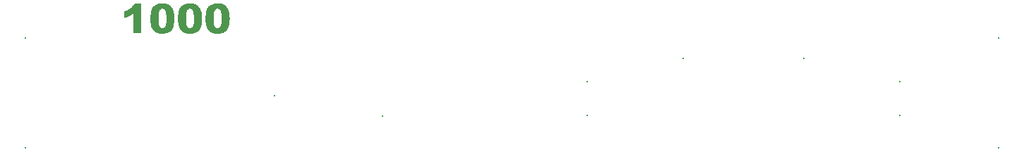
<source format=gts>
G04 Layer_Color=20142*
%FSLAX25Y25*%
%MOIN*%
G70*
G01*
G75*
%ADD11C,0.00800*%
G36*
X215851Y186428D02*
X216183Y186402D01*
X216540Y186377D01*
X216923Y186300D01*
X217305Y186223D01*
X217663Y186096D01*
X217713Y186071D01*
X217815Y186045D01*
X217994Y185943D01*
X218198Y185841D01*
X218428Y185713D01*
X218683Y185560D01*
X218913Y185382D01*
X219142Y185178D01*
X219168Y185152D01*
X219244Y185076D01*
X219346Y184974D01*
X219474Y184820D01*
X219627Y184667D01*
X219780Y184463D01*
X220060Y184004D01*
X220086Y183979D01*
X220111Y183902D01*
X220188Y183775D01*
X220265Y183596D01*
X220341Y183392D01*
X220418Y183137D01*
X220520Y182882D01*
X220596Y182576D01*
Y182550D01*
X220622Y182499D01*
X220647Y182422D01*
X220673Y182295D01*
X220698Y182167D01*
X220724Y181989D01*
X220800Y181581D01*
X220877Y181096D01*
X220953Y180560D01*
X220979Y179948D01*
X221004Y179336D01*
Y179285D01*
Y179157D01*
Y178979D01*
X220979Y178724D01*
X220953Y178392D01*
X220928Y178035D01*
X220902Y177652D01*
X220851Y177218D01*
X220698Y176300D01*
X220469Y175382D01*
X220316Y174948D01*
X220137Y174514D01*
X219933Y174132D01*
X219703Y173775D01*
X219678Y173749D01*
X219652Y173698D01*
X219576Y173622D01*
X219448Y173494D01*
X219295Y173366D01*
X219117Y173213D01*
X218913Y173060D01*
X218657Y172907D01*
X218377Y172729D01*
X218045Y172576D01*
X217688Y172423D01*
X217280Y172295D01*
X216846Y172168D01*
X216361Y172091D01*
X215826Y172040D01*
X215265Y172014D01*
X214958D01*
X214805Y172040D01*
X214652D01*
X214244Y172091D01*
X213785Y172142D01*
X213300Y172244D01*
X212816Y172397D01*
X212382Y172576D01*
X212331Y172601D01*
X212203Y172678D01*
X211999Y172805D01*
X211770Y172984D01*
X211464Y173213D01*
X211183Y173494D01*
X210877Y173826D01*
X210596Y174208D01*
X210571Y174234D01*
X210520Y174361D01*
X210418Y174514D01*
X210316Y174769D01*
X210188Y175050D01*
X210061Y175407D01*
X209933Y175841D01*
X209831Y176300D01*
Y176326D01*
Y176351D01*
X209805Y176428D01*
X209780Y176530D01*
X209754Y176810D01*
X209703Y177193D01*
X209652Y177627D01*
X209601Y178137D01*
X209576Y178698D01*
X209550Y179285D01*
Y179336D01*
Y179463D01*
Y179667D01*
X209576Y179923D01*
X209601Y180254D01*
X209627Y180637D01*
X209678Y181045D01*
X209729Y181479D01*
X209908Y182397D01*
X210163Y183315D01*
X210316Y183749D01*
X210520Y184157D01*
X210724Y184514D01*
X210979Y184846D01*
X211004Y184871D01*
X211055Y184923D01*
X211132Y184999D01*
X211260Y185101D01*
X211413Y185229D01*
X211591Y185356D01*
X211821Y185509D01*
X212076Y185662D01*
X212356Y185790D01*
X212688Y185943D01*
X213045Y186071D01*
X213428Y186198D01*
X213861Y186300D01*
X214321Y186377D01*
X214831Y186428D01*
X215367Y186453D01*
X215596D01*
X215851Y186428D01*
D02*
G37*
G36*
X202816D02*
X203147Y186402D01*
X203504Y186377D01*
X203887Y186300D01*
X204270Y186223D01*
X204627Y186096D01*
X204678Y186071D01*
X204780Y186045D01*
X204959Y185943D01*
X205163Y185841D01*
X205392Y185713D01*
X205647Y185560D01*
X205877Y185382D01*
X206106Y185178D01*
X206132Y185152D01*
X206208Y185076D01*
X206311Y184974D01*
X206438Y184820D01*
X206591Y184667D01*
X206744Y184463D01*
X207025Y184004D01*
X207050Y183979D01*
X207076Y183902D01*
X207152Y183775D01*
X207229Y183596D01*
X207305Y183392D01*
X207382Y183137D01*
X207484Y182882D01*
X207560Y182576D01*
Y182550D01*
X207586Y182499D01*
X207611Y182422D01*
X207637Y182295D01*
X207663Y182167D01*
X207688Y181989D01*
X207765Y181581D01*
X207841Y181096D01*
X207918Y180560D01*
X207943Y179948D01*
X207969Y179336D01*
Y179285D01*
Y179157D01*
Y178979D01*
X207943Y178724D01*
X207918Y178392D01*
X207892Y178035D01*
X207867Y177652D01*
X207816Y177218D01*
X207663Y176300D01*
X207433Y175382D01*
X207280Y174948D01*
X207101Y174514D01*
X206897Y174132D01*
X206668Y173775D01*
X206642Y173749D01*
X206617Y173698D01*
X206540Y173622D01*
X206413Y173494D01*
X206259Y173366D01*
X206081Y173213D01*
X205877Y173060D01*
X205622Y172907D01*
X205341Y172729D01*
X205010Y172576D01*
X204652Y172423D01*
X204244Y172295D01*
X203811Y172168D01*
X203326Y172091D01*
X202790Y172040D01*
X202229Y172014D01*
X201923D01*
X201770Y172040D01*
X201617D01*
X201208Y172091D01*
X200749Y172142D01*
X200265Y172244D01*
X199780Y172397D01*
X199346Y172576D01*
X199295Y172601D01*
X199168Y172678D01*
X198964Y172805D01*
X198734Y172984D01*
X198428Y173213D01*
X198147Y173494D01*
X197841Y173826D01*
X197561Y174208D01*
X197535Y174234D01*
X197484Y174361D01*
X197382Y174514D01*
X197280Y174769D01*
X197152Y175050D01*
X197025Y175407D01*
X196897Y175841D01*
X196795Y176300D01*
Y176326D01*
Y176351D01*
X196770Y176428D01*
X196744Y176530D01*
X196719Y176810D01*
X196668Y177193D01*
X196617Y177627D01*
X196566Y178137D01*
X196540Y178698D01*
X196515Y179285D01*
Y179336D01*
Y179463D01*
Y179667D01*
X196540Y179923D01*
X196566Y180254D01*
X196591Y180637D01*
X196642Y181045D01*
X196693Y181479D01*
X196872Y182397D01*
X197127Y183315D01*
X197280Y183749D01*
X197484Y184157D01*
X197688Y184514D01*
X197943Y184846D01*
X197969Y184871D01*
X198020Y184923D01*
X198096Y184999D01*
X198224Y185101D01*
X198377Y185229D01*
X198556Y185356D01*
X198785Y185509D01*
X199040Y185662D01*
X199321Y185790D01*
X199652Y185943D01*
X200010Y186071D01*
X200392Y186198D01*
X200826Y186300D01*
X201285Y186377D01*
X201795Y186428D01*
X202331Y186453D01*
X202561D01*
X202816Y186428D01*
D02*
G37*
G36*
X189780D02*
X190112Y186402D01*
X190469Y186377D01*
X190851Y186300D01*
X191234Y186223D01*
X191591Y186096D01*
X191642Y186071D01*
X191744Y186045D01*
X191923Y185943D01*
X192127Y185841D01*
X192357Y185713D01*
X192612Y185560D01*
X192841Y185382D01*
X193071Y185178D01*
X193096Y185152D01*
X193173Y185076D01*
X193275Y184974D01*
X193403Y184820D01*
X193555Y184667D01*
X193709Y184463D01*
X193989Y184004D01*
X194015Y183979D01*
X194040Y183902D01*
X194117Y183775D01*
X194193Y183596D01*
X194270Y183392D01*
X194346Y183137D01*
X194448Y182882D01*
X194525Y182576D01*
Y182550D01*
X194550Y182499D01*
X194576Y182422D01*
X194601Y182295D01*
X194627Y182167D01*
X194652Y181989D01*
X194729Y181581D01*
X194806Y181096D01*
X194882Y180560D01*
X194908Y179948D01*
X194933Y179336D01*
Y179285D01*
Y179157D01*
Y178979D01*
X194908Y178724D01*
X194882Y178392D01*
X194857Y178035D01*
X194831Y177652D01*
X194780Y177218D01*
X194627Y176300D01*
X194397Y175382D01*
X194244Y174948D01*
X194066Y174514D01*
X193862Y174132D01*
X193632Y173775D01*
X193607Y173749D01*
X193581Y173698D01*
X193505Y173622D01*
X193377Y173494D01*
X193224Y173366D01*
X193045Y173213D01*
X192841Y173060D01*
X192586Y172907D01*
X192306Y172729D01*
X191974Y172576D01*
X191617Y172423D01*
X191209Y172295D01*
X190775Y172168D01*
X190290Y172091D01*
X189754Y172040D01*
X189193Y172014D01*
X188887D01*
X188734Y172040D01*
X188581D01*
X188173Y172091D01*
X187714Y172142D01*
X187229Y172244D01*
X186744Y172397D01*
X186311Y172576D01*
X186260Y172601D01*
X186132Y172678D01*
X185928Y172805D01*
X185698Y172984D01*
X185392Y173213D01*
X185112Y173494D01*
X184806Y173826D01*
X184525Y174208D01*
X184500Y174234D01*
X184449Y174361D01*
X184346Y174514D01*
X184244Y174769D01*
X184117Y175050D01*
X183989Y175407D01*
X183862Y175841D01*
X183760Y176300D01*
Y176326D01*
Y176351D01*
X183734Y176428D01*
X183709Y176530D01*
X183683Y176810D01*
X183632Y177193D01*
X183581Y177627D01*
X183530Y178137D01*
X183505Y178698D01*
X183479Y179285D01*
Y179336D01*
Y179463D01*
Y179667D01*
X183505Y179923D01*
X183530Y180254D01*
X183556Y180637D01*
X183607Y181045D01*
X183658Y181479D01*
X183836Y182397D01*
X184091Y183315D01*
X184244Y183749D01*
X184449Y184157D01*
X184652Y184514D01*
X184908Y184846D01*
X184933Y184871D01*
X184984Y184923D01*
X185061Y184999D01*
X185188Y185101D01*
X185341Y185229D01*
X185520Y185356D01*
X185749Y185509D01*
X186005Y185662D01*
X186285Y185790D01*
X186617Y185943D01*
X186974Y186071D01*
X187357Y186198D01*
X187790Y186300D01*
X188250Y186377D01*
X188760Y186428D01*
X189295Y186453D01*
X189525D01*
X189780Y186428D01*
D02*
G37*
G36*
X179270Y172244D02*
X175341D01*
Y181530D01*
X175290Y181504D01*
X175188Y181402D01*
X174984Y181275D01*
X174755Y181096D01*
X174474Y180918D01*
X174142Y180713D01*
X173811Y180509D01*
X173479Y180331D01*
X173428Y180305D01*
X173326Y180254D01*
X173122Y180178D01*
X172867Y180076D01*
X172535Y179948D01*
X172178Y179795D01*
X171745Y179667D01*
X171260Y179514D01*
Y182678D01*
X171285D01*
X171336Y182703D01*
X171438Y182754D01*
X171591Y182780D01*
X171745Y182856D01*
X171949Y182933D01*
X172382Y183111D01*
X172867Y183341D01*
X173377Y183596D01*
X173887Y183877D01*
X174321Y184208D01*
X174346D01*
X174372Y184259D01*
X174500Y184361D01*
X174704Y184565D01*
X174959Y184846D01*
X175239Y185152D01*
X175520Y185535D01*
X175801Y185968D01*
X176056Y186453D01*
X179270D01*
Y172244D01*
D02*
G37*
%LPC*%
G36*
X215239Y183877D02*
X215188D01*
X215086Y183851D01*
X214907Y183826D01*
X214703Y183749D01*
X214474Y183647D01*
X214244Y183468D01*
X214015Y183213D01*
X213836Y182882D01*
X213810Y182831D01*
X213785Y182780D01*
X213759Y182678D01*
X213734Y182576D01*
X213708Y182448D01*
X213657Y182270D01*
X213632Y182065D01*
X213581Y181836D01*
X213530Y181581D01*
X213504Y181275D01*
X213479Y180968D01*
X213453Y180586D01*
X213428Y180203D01*
X213402Y179770D01*
Y179285D01*
Y179259D01*
Y179157D01*
Y179030D01*
Y178851D01*
X213428Y178647D01*
Y178392D01*
X213453Y177831D01*
X213504Y177218D01*
X213606Y176606D01*
X213657Y176326D01*
X213708Y176071D01*
X213785Y175841D01*
X213861Y175637D01*
X213887Y175586D01*
X213964Y175484D01*
X214066Y175331D01*
X214219Y175152D01*
X214423Y174974D01*
X214652Y174821D01*
X214933Y174718D01*
X215239Y174668D01*
X215341D01*
X215469Y174693D01*
X215596Y174718D01*
X215775Y174769D01*
X215928Y174846D01*
X216106Y174948D01*
X216285Y175076D01*
X216311Y175101D01*
X216361Y175152D01*
X216438Y175254D01*
X216540Y175382D01*
X216642Y175586D01*
X216744Y175790D01*
X216846Y176071D01*
X216923Y176377D01*
Y176428D01*
X216948Y176555D01*
X216999Y176759D01*
X217050Y177065D01*
X217076Y177448D01*
X217127Y177933D01*
X217152Y178494D01*
Y179157D01*
Y179183D01*
Y179285D01*
Y179412D01*
Y179616D01*
X217127Y179821D01*
Y180101D01*
X217101Y180662D01*
X217025Y181300D01*
X216948Y181912D01*
X216897Y182193D01*
X216821Y182474D01*
X216744Y182703D01*
X216668Y182907D01*
X216642Y182958D01*
X216566Y183060D01*
X216463Y183213D01*
X216311Y183392D01*
X216106Y183571D01*
X215851Y183724D01*
X215571Y183826D01*
X215239Y183877D01*
D02*
G37*
G36*
X202203D02*
X202152D01*
X202050Y183851D01*
X201872Y183826D01*
X201668Y183749D01*
X201438Y183647D01*
X201208Y183468D01*
X200979Y183213D01*
X200800Y182882D01*
X200775Y182831D01*
X200749Y182780D01*
X200724Y182678D01*
X200698Y182576D01*
X200673Y182448D01*
X200622Y182270D01*
X200596Y182065D01*
X200545Y181836D01*
X200494Y181581D01*
X200469Y181275D01*
X200443Y180968D01*
X200418Y180586D01*
X200392Y180203D01*
X200367Y179770D01*
Y179285D01*
Y179259D01*
Y179157D01*
Y179030D01*
Y178851D01*
X200392Y178647D01*
Y178392D01*
X200418Y177831D01*
X200469Y177218D01*
X200571Y176606D01*
X200622Y176326D01*
X200673Y176071D01*
X200749Y175841D01*
X200826Y175637D01*
X200851Y175586D01*
X200928Y175484D01*
X201030Y175331D01*
X201183Y175152D01*
X201387Y174974D01*
X201617Y174821D01*
X201897Y174718D01*
X202203Y174668D01*
X202306D01*
X202433Y174693D01*
X202561Y174718D01*
X202739Y174769D01*
X202892Y174846D01*
X203071Y174948D01*
X203249Y175076D01*
X203275Y175101D01*
X203326Y175152D01*
X203402Y175254D01*
X203504Y175382D01*
X203607Y175586D01*
X203709Y175790D01*
X203811Y176071D01*
X203887Y176377D01*
Y176428D01*
X203913Y176555D01*
X203964Y176759D01*
X204015Y177065D01*
X204040Y177448D01*
X204091Y177933D01*
X204117Y178494D01*
Y179157D01*
Y179183D01*
Y179285D01*
Y179412D01*
Y179616D01*
X204091Y179821D01*
Y180101D01*
X204066Y180662D01*
X203989Y181300D01*
X203913Y181912D01*
X203862Y182193D01*
X203785Y182474D01*
X203709Y182703D01*
X203632Y182907D01*
X203607Y182958D01*
X203530Y183060D01*
X203428Y183213D01*
X203275Y183392D01*
X203071Y183571D01*
X202816Y183724D01*
X202535Y183826D01*
X202203Y183877D01*
D02*
G37*
G36*
X189168D02*
X189117D01*
X189015Y183851D01*
X188836Y183826D01*
X188632Y183749D01*
X188402Y183647D01*
X188173Y183468D01*
X187943Y183213D01*
X187765Y182882D01*
X187739Y182831D01*
X187714Y182780D01*
X187688Y182678D01*
X187663Y182576D01*
X187637Y182448D01*
X187586Y182270D01*
X187561Y182065D01*
X187510Y181836D01*
X187459Y181581D01*
X187433Y181275D01*
X187408Y180968D01*
X187382Y180586D01*
X187357Y180203D01*
X187331Y179770D01*
Y179285D01*
Y179259D01*
Y179157D01*
Y179030D01*
Y178851D01*
X187357Y178647D01*
Y178392D01*
X187382Y177831D01*
X187433Y177218D01*
X187535Y176606D01*
X187586Y176326D01*
X187637Y176071D01*
X187714Y175841D01*
X187790Y175637D01*
X187816Y175586D01*
X187892Y175484D01*
X187994Y175331D01*
X188147Y175152D01*
X188352Y174974D01*
X188581Y174821D01*
X188862Y174718D01*
X189168Y174668D01*
X189270D01*
X189397Y174693D01*
X189525Y174718D01*
X189704Y174769D01*
X189857Y174846D01*
X190035Y174948D01*
X190214Y175076D01*
X190239Y175101D01*
X190290Y175152D01*
X190367Y175254D01*
X190469Y175382D01*
X190571Y175586D01*
X190673Y175790D01*
X190775Y176071D01*
X190851Y176377D01*
Y176428D01*
X190877Y176555D01*
X190928Y176759D01*
X190979Y177065D01*
X191005Y177448D01*
X191056Y177933D01*
X191081Y178494D01*
Y179157D01*
Y179183D01*
Y179285D01*
Y179412D01*
Y179616D01*
X191056Y179821D01*
Y180101D01*
X191030Y180662D01*
X190954Y181300D01*
X190877Y181912D01*
X190826Y182193D01*
X190749Y182474D01*
X190673Y182703D01*
X190596Y182907D01*
X190571Y182958D01*
X190494Y183060D01*
X190392Y183213D01*
X190239Y183392D01*
X190035Y183571D01*
X189780Y183724D01*
X189499Y183826D01*
X189168Y183877D01*
D02*
G37*
%LPD*%
D11*
X293150Y132874D02*
D03*
X242126Y142795D02*
D03*
X537402Y133268D02*
D03*
Y149252D02*
D03*
X389764D02*
D03*
Y133268D02*
D03*
X492126Y160433D02*
D03*
X435039D02*
D03*
X124409Y118110D02*
D03*
Y170079D02*
D03*
X584252D02*
D03*
Y118110D02*
D03*
M02*

</source>
